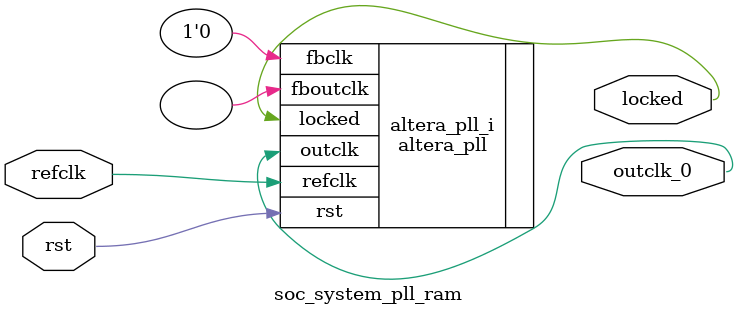
<source format=v>
`timescale 1ns/10ps
module  soc_system_pll_ram(

	// interface 'refclk'
	input wire refclk,

	// interface 'reset'
	input wire rst,

	// interface 'outclk0'
	output wire outclk_0,

	// interface 'locked'
	output wire locked
);

	altera_pll #(
		.fractional_vco_multiplier("false"),
		.reference_clock_frequency("50.0 MHz"),
		.operation_mode("direct"),
		.number_of_clocks(1),
		.output_clock_frequency0("100.000000 MHz"),
		.phase_shift0("0 ps"),
		.duty_cycle0(50),
		.output_clock_frequency1("0 MHz"),
		.phase_shift1("0 ps"),
		.duty_cycle1(50),
		.output_clock_frequency2("0 MHz"),
		.phase_shift2("0 ps"),
		.duty_cycle2(50),
		.output_clock_frequency3("0 MHz"),
		.phase_shift3("0 ps"),
		.duty_cycle3(50),
		.output_clock_frequency4("0 MHz"),
		.phase_shift4("0 ps"),
		.duty_cycle4(50),
		.output_clock_frequency5("0 MHz"),
		.phase_shift5("0 ps"),
		.duty_cycle5(50),
		.output_clock_frequency6("0 MHz"),
		.phase_shift6("0 ps"),
		.duty_cycle6(50),
		.output_clock_frequency7("0 MHz"),
		.phase_shift7("0 ps"),
		.duty_cycle7(50),
		.output_clock_frequency8("0 MHz"),
		.phase_shift8("0 ps"),
		.duty_cycle8(50),
		.output_clock_frequency9("0 MHz"),
		.phase_shift9("0 ps"),
		.duty_cycle9(50),
		.output_clock_frequency10("0 MHz"),
		.phase_shift10("0 ps"),
		.duty_cycle10(50),
		.output_clock_frequency11("0 MHz"),
		.phase_shift11("0 ps"),
		.duty_cycle11(50),
		.output_clock_frequency12("0 MHz"),
		.phase_shift12("0 ps"),
		.duty_cycle12(50),
		.output_clock_frequency13("0 MHz"),
		.phase_shift13("0 ps"),
		.duty_cycle13(50),
		.output_clock_frequency14("0 MHz"),
		.phase_shift14("0 ps"),
		.duty_cycle14(50),
		.output_clock_frequency15("0 MHz"),
		.phase_shift15("0 ps"),
		.duty_cycle15(50),
		.output_clock_frequency16("0 MHz"),
		.phase_shift16("0 ps"),
		.duty_cycle16(50),
		.output_clock_frequency17("0 MHz"),
		.phase_shift17("0 ps"),
		.duty_cycle17(50),
		.pll_type("General"),
		.pll_subtype("General")
	) altera_pll_i (
		.rst	(rst),
		.outclk	({outclk_0}),
		.locked	(locked),
		.fboutclk	( ),
		.fbclk	(1'b0),
		.refclk	(refclk)
	);
endmodule


</source>
